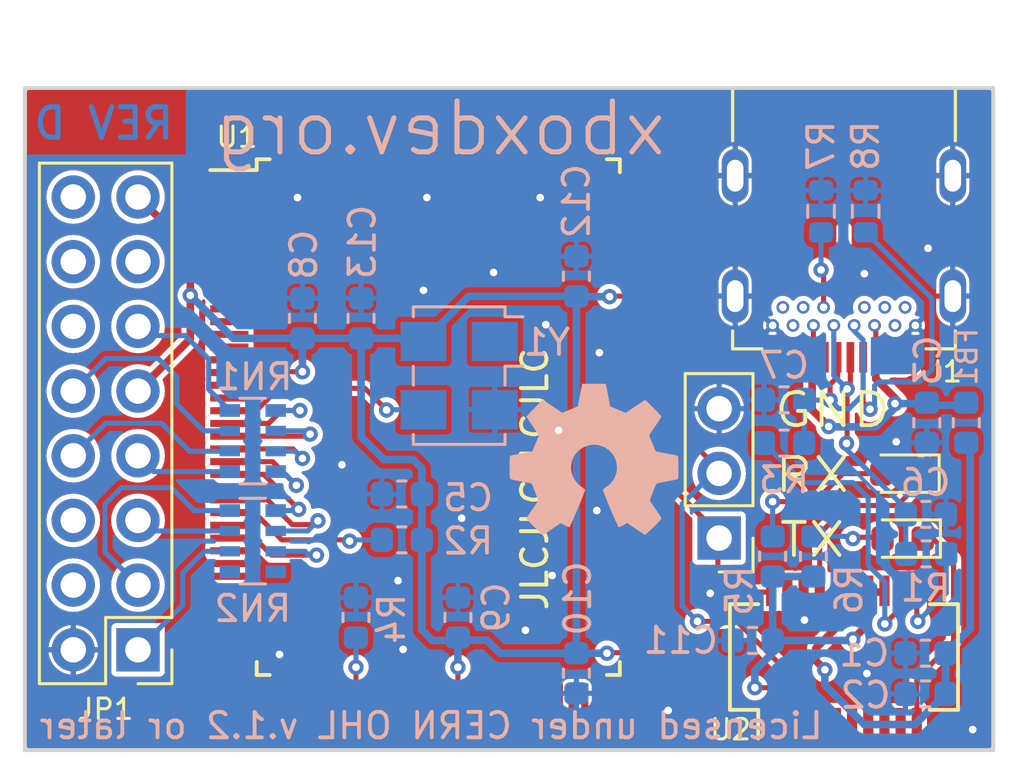
<source format=kicad_pcb>
(kicad_pcb (version 20221018) (generator pcbnew)
  (title_block (title "Original Xbox Serial USB Adapter") (date "2019-03-27") (rev "B") (company "XboxDev") (comment 2 "Copyright Mike Davis 2019") (comment 3 "Licensed under CERN OHL v.1.2 or later") (comment 4 "https://github.com/xboxdev/serial-usb-adapter"))
  (layers (0 "F.Cu" signal) (31 "B.Cu" signal) (34 "B.Paste" user) (35 "F.Paste" user) (36 "B.SilkS" user "B.Silkscreen") (37 "F.SilkS" user "F.Silkscreen") (38 "B.Mask" user) (39 "F.Mask" user) (44 "Edge.Cuts" user))
  (net 0 "")
  (net 1 "VBUS")
  (net 2 "Net-(C3-Pad1)")
  (net 3 "VSS")
  (net 4 "VCC")
  (net 5 "Net-(C6-Pad1)")
  (net 6 "Net-(C7-Pad1)")
  (net 7 "+3V3")
  (net 8 "Net-(D1-Pad1)")
  (net 9 "Net-(D1-Pad2)")
  (net 10 "Net-(D2-Pad2)")
  (net 11 "Net-(D2-Pad1)")
  (net 12 "Net-(R1-Pad1)")
  (net 13 "Net-(R2-Pad1)")
  (net 14 "Net-(R3-Pad2)")
  (net 15 "Net-(R4-Pad1)")
  (net 17 "Net-(J1-PadA5)")
  (net 18 "Net-(J2-Pad1)")
  (net 19 "Net-(RN1-Pad4)")
  (net 20 "Net-(RN1-Pad3)")
  (net 21 "Net-(RN1-Pad2)")
  (net 22 "Net-(RN1-Pad1)")
  (net 25 "Net-(RN2-Pad1)")
  (net 26 "Net-(RN2-Pad2)")
  (net 27 "Net-(RN2-Pad3)")
  (net 28 "Net-(J2-Pad2)")
  (net 29 "Net-(JP1-Pad1)")
  (net 30 "Net-(JP1-Pad3)")
  (net 31 "Net-(JP1-Pad5)")
  (net 32 "Net-(JP1-Pad7)")
  (net 33 "Net-(JP1-Pad8)")
  (net 34 "Net-(JP1-Pad10)")
  (net 35 "Net-(JP1-Pad11)")
  (net 36 "Net-(J1-PadB5)")
  (net 37 "Net-(U1-Pad19)")
  (footprint "Package_SO:SSOP-20_3.9x8.7mm_P0.635mm" (layer "F.Cu") (at 124.95 129.8 90)
    (fp_text reference "U2")
    (fp_text value "FT231XS")
  )
  (footprint "Connector_PinHeader_2.54mm:PinHeader_1x04_P2.54mm_Vertical" (layer "F.Cu") (at 120.05 125.13 180)
    (fp_text reference "J2" hide)
    (fp_text value "UART Header")
  )
  (footprint "LED_SMD:LED_0603_1608Metric" (layer "F.Cu") (at 127.25 125.15 180)
    (fp_text reference "D1" hide)
    (fp_text value "Green")
  )
  (footprint "Package_QFP:LQFP-128_14x20mm_P0.5mm" (layer "F.Cu") (at 109.03 120.38)
    (fp_text reference "U1")
    (fp_text value "LPC47M192")
  )
  (footprint "LED_SMD:LED_0603_1608Metric" (layer "F.Cu") (at 127.2 122.6 180)
    (fp_text reference "D2" hide)
    (fp_text value "Blue")
  )
  (footprint "Connector_PinHeader_2.54mm:PinHeader_2x08_P2.54mm_Vertical" (layer "F.Cu") (at 97.24644 129.51714 180)
    (fp_text reference "JP1")
    (fp_text value "LPC")
  )
  (footprint "Library:SS-52400-003" (layer "F.Cu") (at 124.95 110.9 180)
    (fp_text reference "J1")
    (fp_text value "USB-C")
  )
  (footprint "Capacitor_SMD:C_0603_1608Metric" (layer "B.Cu") (at 103.7 116.5 90)
    (fp_text reference "C8")
    (fp_text value "10nF")
  )
  (footprint "Oscillator:Oscillator_SMD_TXC_7C-4Pin_5.0x3.2mm_HandSoldering" (layer "B.Cu") (at 109.85 118.75 -90)
    (fp_text reference "Y1")
    (fp_text value "SG5032CAN 14.318MHz")
  )
  (footprint "Capacitor_SMD:C_0603_1608Metric" (layer "B.Cu") (at 114.45 114.85 90)
    (fp_text reference "C12")
    (fp_text value "10nF")
  )
  (footprint "Resistor_SMD:R_0603_1608Metric" (layer "B.Cu") (at 122.15 125.85 90)
    (fp_text reference "R5")
    (fp_text value "470R")
  )
  (footprint "Resistor_SMD:R_0603_1608Metric" (layer "B.Cu") (at 122.6 121.4 180)
    (fp_text reference "R3")
    (fp_text value "27R")
  )
  (footprint "Resistor_SMD:R_0603_1608Metric" (layer "B.Cu") (at 105.8 128.25 90)
    (fp_text reference "R4")
    (fp_text value "10k")
  )
  (footprint "Capacitor_SMD:C_0603_1608Metric" (layer "B.Cu") (at 128.15 131.25 180)
    (fp_text reference "C2")
    (fp_text value "100nF")
  )
  (footprint "Capacitor_SMD:C_0603_1608Metric" (layer "B.Cu") (at 107.6 123.4)
    (fp_text reference "C5")
    (fp_text value "10uF")
  )
  (footprint "Capacitor_SMD:C_0603_1608Metric" (layer "B.Cu") (at 109.8 128.25 90)
    (fp_text reference "C9")
    (fp_text value "10nF")
  )
  (footprint "Resistor_SMD:R_0603_1608Metric" (layer "B.Cu") (at 123.75 125.85 90)
    (fp_text reference "R6")
    (fp_text value "1.2k")
  )
  (footprint "Capacitor_SMD:C_0603_1608Metric" (layer "B.Cu") (at 121.3625 129.15 180)
    (fp_text reference "C11")
    (fp_text value "100nF")
  )
  (footprint "Capacitor_SMD:C_0603_1608Metric" (layer "B.Cu") (at 128.15 129.65 180)
    (fp_text reference "C1")
    (fp_text value "4u7")
  )
  (footprint "Capacitor_SMD:C_0603_1608Metric" (layer "B.Cu") (at 128.1625 124.2)
    (fp_text reference "C6")
    (fp_text value "47pF")
  )
  (footprint "Capacitor_SMD:C_0603_1608Metric" (layer "B.Cu") (at 106 116.5 -90)
    (fp_text reference "C13")
    (fp_text value "10nF")
  )
  (footprint "Resistor_SMD:R_0603_1608Metric" (layer "B.Cu") (at 107.6 125.2)
    (fp_text reference "R2")
    (fp_text value "10k")
  )
  (footprint "Capacitor_SMD:C_0603_1608Metric" (layer "B.Cu") (at 128.2 120.6 -90)
    (fp_text reference "C3")
    (fp_text value "10nF")
  )
  (footprint "Resistor_SMD:R_0603_1608Metric" (layer "B.Cu") (at 128.175 125.75 180)
    (fp_text reference "R1")
    (fp_text value "27R")
  )
  (footprint "Capacitor_SMD:C_0603_1608Metric" (layer "B.Cu") (at 122.6 119.7 180)
    (fp_text reference "C7")
    (fp_text value "47pF")
  )
  (footprint "Capacitor_SMD:C_0603_1608Metric" (layer "B.Cu") (at 114.45 130.4375 -90)
    (fp_text reference "C10")
    (fp_text value "10nF")
  )
  (footprint "Resistor_SMD:R_0603_1608Metric" (layer "B.Cu") (at 124.05 112.3 90)
    (fp_text reference "R7")
    (fp_text value "5.1k")
  )
  (footprint "Symbol:OSHW-Symbol_6.7x6mm_SilkScreen" (layer "B.Cu") (at 115.15 122.05 180)
    (fp_text reference "REF**" hide)
    (fp_text value "OSHW-Symbol_6.7x6mm_SilkScreen" hide)
  )
  (footprint "Resistor_SMD:R_Array_Convex_4x0603" (layer "B.Cu") (at 101.75 125.25 180)
    (fp_text reference "RN2")
    (fp_text value "100R")
  )
  (footprint "Inductor_SMD:L_0603_1608Metric" (layer "B.Cu") (at 129.75 120.6 -90)
    (fp_text reference "FB1")
    (fp_text value "33ohm")
  )
  (footprint "Resistor_SMD:R_Array_Convex_4x0603" (layer "B.Cu") (at 101.75 121.32 180)
    (fp_text reference "RN1")
    (fp_text value "100R")
  )
  (footprint "Resistor_SMD:R_0603_1608Metric" (layer "B.Cu") (at 125.8 112.3 -90)
    (fp_text reference "R8")
    (fp_text value "5.1k")
  )
  (gr_line (start 92.80644 133.45714) (end 92.80644 107.45714) (stroke (width 0.15)) (layer "Edge.Cuts"))
  (gr_line (start 130.80644 107.45714) (end 130.80644 133.45714) (stroke (width 0.15)) (layer "Edge.Cuts"))
  (gr_line (start 130.80644 133.45714) (end 92.80644 133.45714) (stroke (width 0.15)) (layer "Edge.Cuts"))
  (gr_line (start 92.80644 107.45714) (end 130.80644 107.45714) (stroke (width 0.15)) (layer "Edge.Cuts"))
  (gr_text "REV D" (at 95.90278 108.84662) (layer "B.Cu") (effects (font (size 1.2 1.2) (thickness 0.2)) (justify mirror)))
  (gr_text "Licensed under CERN OHL v.1.2 or later" (at 108.75 132.5) (layer "B.SilkS") (effects (font (size 1 1)) (justify mirror)))
  (gr_text "xboxdev.org" (at 109.1 109.05) (layer "B.SilkS") (effects (font (size 2 2) (thickness 0.2)) (justify mirror)))
  (gr_text "GND" (at 124.5 120.1) (layer "F.SilkS") (effects (font (size 1.3 1.5))))
  (gr_text "TX" (at 123.7 125.2) (layer "F.SilkS") (effects (font (size 1.3 1.5))))
  (gr_text "JLCJLCJLCJLC" (at 112.81664 122.81154 90) (layer "F.SilkS") (effects (font (size 1 1) (thickness 0.153))))
  (gr_text "RX" (at 123.7 122.65) (layer "F.SilkS") (effects (font (size 1.3 1.5))))
  (segment (start 123.850489 129.950489) (end 123.850489 129.449511) (width 0.3) (layer "F.Cu") (net 1))
  (segment (start 123.850489 129.449511) (end 125.2675 128.0325) (width 0.3) (layer "F.Cu") (net 1))
  (segment (start 124.2 130.3) (end 123.850489 129.950489) (width 0.3) (layer "F.Cu") (net 1))
  (segment (start 125.2675 128.0325) (end 125.2675 127.25) (width 0.3) (layer "F.Cu") (net 1))
  (via (at 124.2 130.3) (size 0.6) (drill 0.3) (layers "F.Cu" "B.Cu") (net 1))
  (segment (start 129.9 128.6875) (end 128.9375 129.65) (width 0.3) (layer "B.Cu") (net 1))
  (segment (start 128.9375 129.65) (end 128.9375 131.25) (width 0.3) (layer "B.Cu") (net 1))
  (segment (start 128.9375 131.25) (end 127.7375 132.45) (width 0.3) (layer "B.Cu") (net 1))
  (segment (start 129.9 121.2375) (end 129.9 128.6875) (width 0.3) (layer "B.Cu") (net 1))
  (segment (start 127.7375 132.45) (end 125.75 132.45) (width 0.3) (layer "B.Cu") (net 1))
  (segment (start 125.75 132.45) (end 124.2 130.9) (width 0.3) (layer "B.Cu") (net 1))
  (segment (start 124.2 130.9) (end 124.2 130.3) (width 0.3) (layer "B.Cu") (net 1))
  (segment (start 123.75 116.78) (end 123.75 117.98) (width 0.2) (layer "F.Cu") (net 2))
  (segment (start 126.2 118.03) (end 126.2 116.83) (width 0.2) (layer "F.Cu") (net 2))
  (segment (start 126.999511 119.678533) (end 126.2 118.879022) (width 0.3) (layer "F.Cu") (net 2))
  (segment (start 123.75 117.98) (end 123.7 118.03) (width 0.2) (layer "F.Cu") (net 2))
  (segment (start 123.7 120.087192) (end 123.693596 120.093596) (width 0.3) (layer "F.Cu") (net 2))
  (segment (start 124.35 120.75) (end 123.693596 120.093596) (width 0.3) (layer "F.Cu") (net 2))
  (segment (start 126.2 118.879022) (end 126.2 118.03) (width 0.3) (layer "F.Cu") (net 2))
  (segment (start 123.7 118.03) (end 123.7 120.087192) (width 0.3) (layer "F.Cu") (net 2))
  (segment (start 126.2 116.83) (end 126.15 116.78) (width 0.2) (layer "F.Cu") (net 2))
  (via (at 124.35 120.75) (size 0.6) (drill 0.3) (layers "F.Cu" "B.Cu") (net 2))
  (via (at 126.95 119.85) (size 0.6) (drill 0.3) (layers "F.Cu" "B.Cu") (net 2))
  (segment (start 126.95 119.85) (end 126.95 120.01203) (width 0.3) (layer "B.Cu") (net 2))
  (segment (start 126.95 120.01203) (end 126.19953 120.7625) (width 0.3) (layer "B.Cu") (net 2))
  (segment (start 126.95 119.85) (end 128.0375 119.85) (width 0.3) (layer "B.Cu") (net 2))
  (segment (start 124.3625 120.7625) (end 124.35 120.75) (width 0.2) (layer "B.Cu") (net 2))
  (segment (start 126.19953 120.7625) (end 124.3625 120.7625) (width 0.3) (layer "B.Cu") (net 2))
  (segment (start 128.0375 119.85) (end 128.0875 119.8) (width 0.3) (layer "B.Cu") (net 2))
  (segment (start 128.2 119.9125) (end 129.75 119.9125) (width 0.3) (layer "B.Cu") (net 2))
  (segment (start 128.0875 119.8) (end 128.2 119.9125) (width 0.2) (layer "B.Cu") (net 2))
  (segment (start 100.83 113.63) (end 100.83 114.13) (width 0.3) (layer "F.Cu") (net 3))
  (via (at 125.85 130.45) (size 0.6) (drill 0.3) (layers "F.Cu" "B.Cu") (net 3))
  (via (at 105.25 122.25) (size 0.6) (drill 0.3) (layers "F.Cu" "B.Cu") (net 3))
  (via (at 125.75 114.75) (size 0.6) (drill 0.3) (layers "F.Cu" "B.Cu") (net 3))
  (via (at 113.25 116.75) (size 0.6) (drill 0.3) (layers "F.Cu" "B.Cu") (net 3))
  (via (at 102.8 129.7) (size 0.6) (drill 0.3) (layers "F.Cu" "B.Cu") (net 3))
  (via (at 107.65 129.5) (size 0.6) (drill 0.3) (layers "F.Cu" "B.Cu") (net 3))
  (via (at 108.585 111.76) (size 0.6) (drill 0.3) (layers "F.Cu" "B.Cu") (net 3))
  (via (at 107.45 126.8) (size 0.6) (drill 0.3) (layers "F.Cu" "B.Cu") (net 3))
  (via (at 115.35 117.85) (size 0.6) (drill 0.3) (layers "F.Cu" "B.Cu") (net 3))
  (via (at 113.5 126.6) (size 0.6) (drill 0.3) (layers "F.Cu" "B.Cu") (net 3))
  (via (at 113.03 111.76) (size 0.6) (drill 0.3) (layers "F.Cu" "B.Cu") (net 3))
  (via (at 111.2 114.7) (size 0.6) (drill 0.3) (layers "F.Cu" "B.Cu") (net 3))
  (via (at 108.45 115.4) (size 0.6) (drill 0.3) (layers "F.Cu" "B.Cu") (net 3))
  (via (at 113.75 120.9) (size 0.6) (drill 0.3) (layers "F.Cu" "B.Cu") (net 3))
  (via (at 128.25 113.75) (size 0.6) (drill 0.3) (layers "F.Cu" "B.Cu") (net 3))
  (via (at 123.4 128.35) (size 0.6) (drill 0.3) (layers "F.Cu" "B.Cu") (net 3))
  (via (at 130 132.65) (size 0.6) (drill 0.3) (layers "F.Cu" "B.Cu") (net 3))
  (via (at 119.7 127.3) (size 0.6) (drill 0.3) (layers "F.Cu" "B.Cu") (net 3))
  (via (at 127 121.35) (size 0.6) (drill 0.3) (layers "F.Cu" "B.Cu") (net 3))
  (via (at 109.95 124.35) (size 0.6) (drill 0.3) (layers "F.Cu" "B.Cu") (net 3))
  (via (at 115.25 124.05) (size 0.6) (drill 0.3) (layers "F.Cu" "B.Cu") (net 3))
  (via (at 103.505 111.76) (size 0.6) (drill 0.3) (layers "F.Cu" "B.Cu") (net 3))
  (via (at 112.45 128.75) (size 0.6) (drill 0.3) (layers "F.Cu" "B.Cu") (net 3))
  (via (at 118.05 131.9) (size 0.6) (drill 0.3) (layers "F.Cu" "B.Cu") (net 3))
  (segment (start 99.3 117.30358) (end 97.24644 119.35714) (width 0.3) (layer "F.Cu") (net 4))
  (segment (start 97.24644 111.73714) (end 99.3 113.7907) (width 0.3) (layer "F.Cu") (net 4))
  (segment (start 102.849022 118.6) (end 101.819022 119.63) (width 0.2) (layer "F.Cu") (net 4))
  (segment (start 117.23 129.63) (end 115.67 129.63) (width 0.2) (layer "F.Cu") (net 4))
  (segment (start 99.3 113.7907) (end 99.3 115.6) (width 0.3) (layer "F.Cu") (net 4))
  (segment (start 117.23 115.63) (end 115.77 115.63) (width 0.2) (layer "F.Cu") (net 4))
  (segment (start 99.3 115.6) (end 99.3 117.30358) (width 0.3) (layer "F.Cu") (net 4))
  (segment (start 109.8 131.56) (end 109.78 131.58) (width 0.2) (layer "F.Cu") (net 4))
  (segment (start 101.819022 119.63) (end 100.83 119.63) (width 0.2) (layer "F.Cu") (net 4))
  (segment (start 115.67 129.63) (end 115.65 129.65) (width 0.2) (layer "F.Cu") (net 4))
  (segment (start 109.8 130.2) (end 109.8 131.56) (width 0.2) (layer "F.Cu") (net 4))
  (segment (start 103.7 118.6) (end 102.849022 118.6) (width 0.2) (layer "F.Cu") (net 4))
  (segment (start 115.77 115.63) (end 115.75 115.65) (width 0.2) (layer "F.Cu") (net 4))
  (via (at 109.8 130.2) (size 0.6) (drill 0.3) (layers "F.Cu" "B.Cu") (net 4))
  (via (at 115.75 115.65) (size 0.6) (drill 0.3) (layers "F.Cu" "B.Cu") (net 4))
  (via (at 115.65 129.65) (size 0.6) (drill 0.3) (layers "F.Cu" "B.Cu") (net 4))
  (via (at 99.3 115.6) (size 0.6) (drill 0.3) (layers "F.Cu" "B.Cu") (net 4))
  (via (at 103.7 118.6) (size 0.6) (drill 0.3) (layers "F.Cu" "B.Cu") (net 4))
  (segment (start 108.3275 117.2875) (end 108.45 117.41) (width 0.3) (layer "B.Cu") (net 4))
  (segment (start 106.1225 117.41) (end 106.245 117.2875) (width 0.3) (layer "B.Cu") (net 4))
  (segment (start 106 121.15) (end 106.9 122.05) (width 0.3) (layer "B.Cu") (net 4))
  (segment (start 108.45 117.41) (end 110.2225 115.6375) (width 0.3) (layer "B.Cu") (net 4))
  (segment (start 111.45 129.65) (end 114.45 129.65) (width 0.3) (layer "B.Cu") (net 4))
  (segment (start 106.245 117.2875) (end 108.3275 117.2875) (width 0.3) (layer "B.Cu") (net 4))
  (segment (start 115.65 129.65) (end 114.45 129.65) (width 0.3) (layer "B.Cu") (net 4))
  (segment (start 115.75 115.65) (end 114.4625 115.65) (width 0.3) (layer "B.Cu") (net 4))
  (segment (start 108.8 129.15) (end 109.7875 129.15) (width 0.3) (layer "B.Cu") (net 4))
  (segment (start 109.7875 129.15) (end 109.8 129.1375) (width 0.2) (layer "B.Cu") (net 4))
  (segment (start 106 117.2875) (end 106.1225 117.41) (width 0.2) (layer "B.Cu") (net 4))
  (segment (start 110.2225 115.6375) (end 114.45 115.6375) (width 0.3) (layer "B.Cu") (net 4))
  (segment (start 114.4625 115.65) (end 114.45 115.6375) (width 0.2) (layer "B.Cu") (net 4))
  (segment (start 106.9 122.05) (end 108.05 122.05) (width 0.3) (layer "B.Cu") (net 4))
  (segment (start 108.3875 128.7375) (end 108.8 129.15) (width 0.3) (layer "B.Cu") (net 4))
  (segment (start 106 117.2875) (end 106 121.15) (width 0.3) (layer "B.Cu") (net 4))
  (segment (start 99.3 115.6) (end 100.9875 117.2875) (width 0.3) (layer "B.Cu") (net 4))
  (segment (start 108.3875 123.4) (end 108.3875 125.2) (width 0.3) (layer "B.Cu") (net 4))
  (segment (start 103.7 118.6) (end 103.7 117.2875) (width 0.3) (layer "B.Cu") (net 4))
  (segment (start 100.9875 117.2875) (end 106 117.2875) (width 0.3) (layer "B.Cu") (net 4))
  (segment (start 108.3875 122.3875) (end 108.3875 123.4) (width 0.3) (layer "B.Cu") (net 4))
  (segment (start 108.3875 125.2) (end 108.3875 128.7375) (width 0.3) (layer "B.Cu") (net 4))
  (segment (start 109.8 129.1375) (end 109.8 130.2) (width 0.3) (layer "B.Cu") (net 4))
  (segment (start 114.45 115.6375) (end 114.45 129.65) (width 0.3) (layer "B.Cu") (net 4))
  (segment (start 109.8 129.1375) (end 110.9375 129.1375) (width 0.3) (layer "B.Cu") (net 4))
  (segment (start 110.9375 129.1375) (end 111.45 129.65) (width 0.3) (layer "B.Cu") (net 4))
  (segment (start 108.05 122.05) (end 108.3875 122.3875) (width 0.3) (layer "B.Cu") (net 4))
  (segment (start 125.2 119.147838) (end 125.2 118.03) (width 0.2) (layer "F.Cu") (net 5))
  (segment (start 125.074169 121.387831) (end 125.074169 119.273669) (width 0.2) (layer "F.Cu") (net 5))
  (segment (start 125.074169 119.273669) (end 125.2 119.147838) (width 0.2) (layer "F.Cu") (net 5))
  (segment (start 125.05 121.412) (end 125.074169 121.387831) (width 0.2) (layer "F.Cu") (net 5))
  (via (at 125.074169 119.273669) (size 0.6) (drill 0.3) (layers "F.Cu" "B.Cu") (net 5))
  (via (at 125.05 121.412) (size 0.6) (drill 0.3) (layers "F.Cu" "B.Cu") (net 5))
  (segment (start 127.375 124.2) (end 127.375 125.7375) (width 0.2) (layer "B.Cu") (net 5))
  (segment (start 125.05 121.65) (end 127.375 123.975) (width 0.2) (layer "B.Cu") (net 5))
  (segment (start 127.375 123.975) (end 127.375 124.2) (width 0.2) (layer "B.Cu") (net 5))
  (segment (start 127.375 125.7375) (end 127.3875 125.75) (width 0.2) (layer "B.Cu") (net 5))
  (segment (start 125.074169 119.273669) (end 124.55 118.7495) (width 0.2) (layer "B.Cu") (net 5))
  (segment (start 124.55 118.7495) (end 124.55 116.78) (width 0.2) (layer "B.Cu") (net 5))
  (segment (start 125.05 121.412) (end 125.05 121.65) (width 0.2) (layer "B.Cu") (net 5))
  (segment (start 124.405497 119.094487) (end 124.7 118.799984) (width 0.2) (layer "F.Cu") (net 6))
  (segment (start 124.7 118.799984) (end 124.7 118.03) (width 0.2) (layer "F.Cu") (net 6))
  (segment (start 124.405497 119.711941) (end 124.405497 119.094487) (width 0.2) (layer "F.Cu") (net 6))
  (via (at 124.405497 119.711941) (size 0.6) (drill 0.3) (layers "F.Cu" "B.Cu") (net 6))
  (segment (start 125.7 119.49566) (end 125.7 117.35) (width 0.2) (layer "B.Cu") (net 6))
  (segment (start 123.3875 119.7) (end 123.3875 121.4) (width 0.2) (layer "B.Cu") (net 6))
  (segment (start 124.405497 119.711941) (end 124.741978 120.048422) (width 0.2) (layer "B.Cu") (net 6))
  (segment (start 125.147238 120.048422) (end 125.7 119.49566) (width 0.2) (layer "B.Cu") (net 6))
  (segment (start 125.7 117.35) (end 125.35 117) (width 0.2) (layer "B.Cu") (net 6))
  (segment (start 124.405497 119.711941) (end 123.399441 119.711941) (width 0.2) (layer "B.Cu") (net 6))
  (segment (start 125.35 117) (end 125.35 116.78) (width 0.2) (layer "B.Cu") (net 6))
  (segment (start 123.399441 119.711941) (end 123.3875 119.7) (width 0.2) (layer "B.Cu") (net 6))
  (segment (start 124.741978 120.048422) (end 125.147238 120.048422) (width 0.2) (layer "B.Cu") (net 6))
  (segment (start 125.25 129.15) (end 125.9025 128.4975) (width 0.3) (layer "F.Cu") (net 7))
  (segment (start 122.71808 131.00558) (end 121.45264 131.00558) (width 0.2) (layer "F.Cu") (net 7))
  (segment (start 125.9025 127.25) (end 126.5375 127.25) (width 0.3) (layer "F.Cu") (net 7))
  (segment (start 125.3 129.1) (end 125.25 129.15) (width 0.2) (layer "F.Cu") (net 7))
  (segment (start 123.3625 132.45) (end 123.3625 131.65) (width 0.2) (layer "F.Cu") (net 7))
  (segment (start 125.9025 128.4975) (end 125.9025 127.25) (width 0.3) (layer "F.Cu") (net 7))
  (segment (start 123.3625 131.65) (end 122.71808 131.00558) (width 0.2) (layer "F.Cu") (net 7))
  (via (at 125.3 129.1) (size 0.6) (drill 0.3) (layers "F.Cu" "B.Cu") (net 7))
  (via (at 121.45264 131.00558) (size 0.6) (drill 0.3) (layers "F.Cu" "B.Cu") (net 7))
  (segment (start 121.45264 131.00558) (end 121.45264 130.33486) (width 0.3) (layer "B.Cu") (net 7))
  (segment (start 125.25 129.15) (end 125.3 129.1) (width 0.3) (layer "B.Cu") (net 7))
  (segment (start 122.15 126.6375) (end 123.75 126.6375) (width 0.3) (layer "B.Cu") (net 7))
  (segment (start 121.45264 130.33486) (end 122.4375 129.35) (width 0.3) (layer "B.Cu") (net 7))
  (segment (start 122.15 129.15) (end 122.15 126.6375) (width 0.3) (layer "B.Cu") (net 7))
  (segment (start 122.15 129.15) (end 125.25 129.15) (width 0.3) (layer "B.Cu") (net 7))
  (segment (start 129.25 129.2) (end 129.25 125.9625) (width 0.2) (layer "F.Cu") (net 8))
  (segment (start 127.8075 130.6425) (end 129.25 129.2) (width 0.2) (layer "F.Cu") (net 8))
  (segment (start 127.8075 132.45) (end 127.8075 130.6425) (width 0.2) (layer "F.Cu") (net 8))
  (segment (start 129.25 125.9625) (end 128.3875 125.1) (width 0.2) (layer "F.Cu") (net 8))
  (segment (start 125.35 125.1) (end 126.700481 125.1) (width 0.2) (layer "F.Cu") (net 9))
  (segment (start 125.3 125.15) (end 125.35 125.1) (width 0.2) (layer "F.Cu") (net 9))
  (via (at 125.3 125.15) (size 0.6) (drill 0.3) (layers "F.Cu" "B.Cu") (net 9))
  (segment (start 125.2125 125.0625) (end 123.75 125.0625) (width 0.2) (layer "B.Cu") (net 9))
  (segment (start 125.3 125.15) (end 125.2125 125.0625) (width 0.2) (layer "B.Cu") (net 9))
  (segment (start 124.9125 122.6) (end 126.7125 122.6) (width 0.2) (layer "F.Cu") (net 10))
  (segment (start 123.8125 123.7) (end 124.9125 122.6) (width 0.2) (layer "F.Cu") (net 10))
  (segment (start 122.15 123.7) (end 123.8125 123.7) (width 0.2) (layer "F.Cu") (net 10))
  (via (at 122.15 123.7) (size 0.6) (drill 0.3) (layers "F.Cu" "B.Cu") (net 10))
  (segment (start 122.15 123.7) (end 122.15 125.0625) (width 0.2) (layer "B.Cu") (net 10))
  (segment (start 123.9975 124.9525) (end 125.1 123.85) (width 0.2) (layer "F.Cu") (net 11))
  (segment (start 125.1 123.85) (end 127.0375 123.85) (width 0.2) (layer "F.Cu") (net 11))
  (segment (start 127.0375 123.85) (end 128.3375 122.55) (width 0.2) (layer "F.Cu") (net 11))
  (segment (start 123.9975 127.25) (end 123.9975 124.9525) (width 0.2) (layer "F.Cu") (net 11))
  (segment (start 127.85 128.4) (end 127.8075 128.3575) (width 0.2) (layer "F.Cu") (net 12))
  (segment (start 127.8075 128.3575) (end 127.8075 127.25) (width 0.2) (layer "F.Cu") (net 12))
  (via (at 127.85 128.4) (size 0.6) (drill 0.3) (layers "F.Cu" "B.Cu") (net 12))
  (segment (start 128.9625 127.2875) (end 128.9625 125.75) (width 0.2) (layer "B.Cu") (net 12))
  (segment (start 127.85 128.4) (end 128.9625 127.2875) (width 0.2) (layer "B.Cu") (net 12))
  (segment (start 101.819022 124.13) (end 100.83 124.13) (width 0.2) (layer "F.Cu") (net 13))
  (segment (start 105.55 125.25) (end 105.499989 125.199989) (width 0.2) (layer "F.Cu") (net 13))
  (segment (start 102.889011 125.199989) (end 101.819022 124.13) (width 0.2) (layer "F.Cu") (net 13))
  (segment (start 105.499989 125.199989) (end 102.889011 125.199989) (width 0.2) (layer "F.Cu") (net 13))
  (via (at 105.55 125.25) (size 0.6) (drill 0.3) (layers "F.Cu" "B.Cu") (net 13))
  (segment (start 105.55 125.25) (end 105.6 125.2) (width 0.2) (layer "B.Cu") (net 13))
  (segment (start 105.6 125.2) (end 106.8125 125.2) (width 0.2) (layer "B.Cu") (net 13))
  (segment (start 126.551994 128.500466) (end 127.1725 127.87996) (width 0.2) (layer "F.Cu") (net 14))
  (segment (start 127.1725 127.87996) (end 127.1725 127.25) (width 0.2) (layer "F.Cu") (net 14))
  (via (at 126.551994 128.500466) (size 0.6) (drill 0.3) (layers "F.Cu" "B.Cu") (net 14))
  (segment (start 126.551994 128.500466) (end 126.551994 126.851994) (width 0.2) (layer "B.Cu") (net 14))
  (segment (start 125.9 123.55) (end 125.300489 122.950489) (width 0.2) (layer "B.Cu") (net 14))
  (segment (start 123.362989 122.950489) (end 121.8125 121.4) (width 0.2) (layer "B.Cu") (net 14))
  (segment (start 125.300489 122.950489) (end 123.362989 122.950489) (width 0.2) (layer "B.Cu") (net 14))
  (segment (start 126.551994 126.851994) (end 125.9 126.2) (width 0.2) (layer "B.Cu") (net 14))
  (segment (start 125.9 126.2) (end 125.9 123.55) (width 0.2) (layer "B.Cu") (net 14))
  (segment (start 105.8 130.2) (end 105.8 131.56) (width 0.2) (layer "F.Cu") (net 15))
  (segment (start 105.8 131.56) (end 105.78 131.58) (width 0.2) (layer "F.Cu") (net 15))
  (via (at 105.8 130.2) (size 0.6) (drill 0.3) (layers "F.Cu" "B.Cu") (net 15))
  (segment (start 105.8 129.1375) (end 105.8 130.2) (width 0.2) (layer "B.Cu") (net 15))
  (segment (start 125.971741 120.071741) (end 125.7 119.8) (width 0.2) (layer "F.Cu") (net 17))
  (segment (start 125.7 119.8) (end 125.7 118.03) (width 0.2) (layer "F.Cu") (net 17))
  (via (at 125.971741 120.071741) (size 0.6) (drill 0.3) (layers "F.Cu" "B.Cu") (net 17))
  (segment (start 126.15 119.15) (end 126.15 119.893482) (width 0.2) (layer "B.Cu") (net 17))
  (segment (start 127.9 119) (end 126.3 119) (width 0.2) (layer "B.Cu") (net 17))
  (segment (start 125.8 113.125) (end 128.39548 115.72048) (width 0.2) (layer "B.Cu") (net 17))
  (segment (start 128.39548 118.50452) (end 127.9 119) (width 0.2) (layer "B.Cu") (net 17))
  (segment (start 126.15 119.893482) (end 125.971741 120.071741) (width 0.2) (layer "B.Cu") (net 17))
  (segment (start 128.39548 115.72048) (end 128.39548 118.50452) (width 0.2) (layer "B.Cu") (net 17))
  (segment (start 126.3 119) (end 126.15 119.15) (width 0.2) (layer "B.Cu") (net 17))
  (segment (start 118.45 120.425984) (end 118.45 123.38) (width 0.2) (layer "F.Cu") (net 18))
  (segment (start 118.154016 120.13) (end 118.45 120.425984) (width 0.2) (layer "F.Cu") (net 18))
  (segment (start 117.23 120.13) (end 118.154016 120.13) (width 0.2) (layer "F.Cu") (net 18))
  (segment (start 118.45 123.38) (end 120 124.93) (width 0.2) (layer "F.Cu") (net 18))
  (segment (start 121 127.25) (end 122.0925 127.25) (width 0.2) (layer "F.Cu") (net 18))
  (segment (start 120 124.93) (end 120 126.25) (width 0.2) (layer "F.Cu") (net 18))
  (segment (start 120 126.25) (end 121 127.25) (width 0.2) (layer "F.Cu") (net 18))
  (segment (start 100.83 122.13) (end 102.531557 122.13) (width 0.2) (layer "F.Cu") (net 19))
  (segment (start 102.531557 122.13) (end 103.46 123.058443) (width 0.2) (layer "F.Cu") (net 19))
  (via (at 103.46 123.058443) (size 0.6) (drill 0.3) (layers "F.Cu" "B.Cu") (net 19))
  (segment (start 102.921557 122.52) (end 103.46 123.058443) (width 0.2) (layer "B.Cu") (net 19))
  (segment (start 102.65 122.52) (end 102.921557 122.52) (width 0.2) (layer "B.Cu") (net 19))
  (segment (start 103.33 121.63) (end 100.83 121.63) (width 0.2) (layer "F.Cu") (net 20))
  (segment (start 103.7 122) (end 103.33 121.63) (width 0.2) (layer "F.Cu") (net 20))
  (via (at 103.7 122) (size 0.6) (drill 0.3) (layers "F.Cu" "B.Cu") (net 20))
  (segment (start 103.7 122) (end 103.42 121.72) (width 0.2) (layer "B.Cu") (net 20))
  (segment (start 103.42 121.72) (end 102.65 121.72) (width 0.2) (layer "B.Cu") (net 20))
  (segment (start 104 121.05) (end 103.92 121.13) (width 0.2) (layer "F.Cu") (net 21))
  (segment (start 103.92 121.13) (end 100.83 121.13) (width 0.2) (layer "F.Cu") (net 21))
  (via (at 104 121.05) (size 0.6) (drill 0.3) (layers "F.Cu" "B.Cu") (net 21))
  (segment (start 102.65 120.92) (end 103.87 120.92) (width 0.2) (layer "B.Cu") (net 21))
  (segment (start 103.87 120.92) (end 104 121.05) (width 0.2) (layer "B.Cu") (net 21))
  (segment (start 102.878426 120.121574) (end 102.37 120.63) (width 0.2) (layer "F.Cu") (net 22))
  (segment (start 102.37 120.63) (end 100.83 120.63) (width 0.2) (layer "F.Cu") (net 22))
  (segment (start 103.601477 120.121574) (end 102.878426 120.121574) (width 0.2) (layer "F.Cu") (net 22))
  (via (at 103.601477 120.121574) (size 0.6) (drill 0.3) (layers "F.Cu" "B.Cu") (net 22))
  (segment (start 103.601477 120.121574) (end 103.599903 120.12) (width 0.2) (layer "B.Cu") (net 22))
  (segment (start 103.599903 120.12) (end 102.65 120.12) (width 0.2) (layer "B.Cu") (net 22))
  (segment (start 102.18 122.63) (end 103.55 124) (width 0.2) (layer "F.Cu") (net 25))
  (segment (start 100.83 122.63) (end 102.18 122.63) (width 0.2) (layer "F.Cu") (net 25))
  (via (at 103.55 124) (size 0.6) (drill 0.3) (layers "F.Cu" "B.Cu") (net 25))
  (segment (start 102.65 124.05) (end 103.5 124.05) (width 0.2) (layer "B.Cu") (net 25))
  (segment (start 103.5 124.05) (end 103.55 124) (width 0.2) (layer "B.Cu") (net 25))
  (segment (start 100.83 123.63) (end 102.332176 123.63) (width 0.2) (layer "F.Cu") (net 26))
  (segment (start 102.332176 123.63) (end 103.301677 124.599501) (width 0.2) (layer "F.Cu") (net 26))
  (segment (start 103.301677 124.599501) (end 104.159744 124.599501) (width 0.2) (layer "F.Cu") (net 26))
  (segment (start 104.159744 124.599501) (end 104.307756 124.451489) (width 0.2) (layer "F.Cu") (net 26))
  (via (at 104.307756 124.451489) (size 0.6) (drill 0.3) (layers "F.Cu" "B.Cu") (net 26))
  (segment (start 103.909245 124.85) (end 104.307756 124.451489) (width 0.2) (layer "B.Cu") (net 26))
  (segment (start 102.65 124.85) (end 103.909245 124.85) (width 0.2) (layer "B.Cu") (net 26))
  (segment (start 100.83 125.13) (end 101.819022 125.13) (width 0.2) (layer "F.Cu") (net 27))
  (segment (start 101.819022 125.13) (end 102.488522 125.7995) (width 0.2) (layer "F.Cu") (net 27))
  (segment (start 102.488522 125.7995) (end 104.251195 125.7995) (width 0.2) (layer "F.Cu") (net 27))
  (via (at 104.251195 125.7995) (size 0.6) (drill 0.3) (layers "F.Cu" "B.Cu") (net 27))
  (segment (start 103.9495 125.7995) (end 104.251195 125.7995) (width 0.2) (layer "B.Cu") (net 27))
  (segment (start 102.65 125.65) (end 103.8 125.65) (width 0.2) (layer "B.Cu") (net 27))
  (segment (start 103.8 125.65) (end 103.9495 125.7995) (width 0.2) (layer "B.Cu") (net 27))
  (segment (start 118.9 121.29) (end 120 122.39) (width 0.2) (layer "F.Cu") (net 28))
  (segment (start 118.9 120.310978) (end 118.9 121.29) (width 0.2) (layer "F.Cu") (net 28))
  (segment (start 120.7475 128.4) (end 123.9975 131.65) (width 0.2) (layer "F.Cu") (net 28))
  (segment (start 118.219022 119.63) (end 118.9 120.310978) (width 0.2) (layer "F.Cu") (net 28))
  (segment (start 123.9975 131.65) (end 123.9975 132.45) (width 0.2) (layer "F.Cu") (net 28))
  (segment (start 117.23 119.63) (end 118.219022 119.63) (width 0.2) (layer "F.Cu") (net 28))
  (segment (start 119.2 128.4) (end 120.7475 128.4) (width 0.2) (layer "F.Cu") (net 28))
  (via (at 119.2 128.4) (size 0.6) (drill 0.3) (layers "F.Cu" "B.Cu") (net 28))
  (segment (start 119.2 128.4) (end 118.6 127.8) (width 0.2) (layer "B.Cu") (net 28))
  (segment (start 118.6 123.79) (end 120 122.39) (width 0.2) (layer "B.Cu") (net 28))
  (segment (start 118.6 127.8) (end 118.6 123.79) (width 0.2) (layer "B.Cu") (net 28))
  (segment (start 99 127.76358) (end 97.24644 129.51714) (width 0.2) (layer "B.Cu") (net 29))
  (segment (start 100.85 125.65) (end 99.85 125.65) (width 0.2) (layer "B.Cu") (net 29))
  (segment (start 99.85 125.65) (end 99 126.5) (width 0.2) (layer "B.Cu") (net 29))
  (segment (start 99 126.5) (end 99 127.76358) (width 0.2) (layer "B.Cu") (net 29))
  (segment (start 99.45 124.05) (end 98.55 123.15) (width 0.2) (layer "B.Cu") (net 30))
  (segment (start 95.95 123.8) (end 95.95 125.6807) (width 0.2) (layer "B.Cu") (net 30))
  (segment (start 96.6 123.15) (end 95.95 123.8) (width 0.2) (layer "B.Cu") (net 30))
  (segment (start 100.85 124.05) (end 99.45 124.05) (width 0.2) (layer "B.Cu") (net 30))
  (segment (start 95.95 125.6807) (end 97.24644 126.97714) (width 0.2) (layer "B.Cu") (net 30))
  (segment (start 98.55 123.15) (end 96.6 123.15) (width 0.2) (layer "B.Cu") (net 30))
  (segment (start 97.24644 124.43714) (end 97.6593 124.85) (width 0.2) (layer "B.Cu") (net 31))
  (segment (start 97.6593 124.85) (end 100.85 124.85) (width 0.2) (layer "B.Cu") (net 31))
  (segment (start 97.24644 121.89714) (end 97.8693 122.52) (width 0.2) (layer "B.Cu") (net 32))
  (segment (start 97.8693 122.52) (end 100.85 122.52) (width 0.2) (layer "B.Cu") (net 32))
  (segment (start 98.17 120.62) (end 99.27 121.72) (width 0.2) (layer "B.Cu") (net 33))
  (segment (start 94.70644 121.89714) (end 95.98358 120.62) (width 0.2) (layer "B.Cu") (net 33))
  (segment (start 99.27 121.72) (end 100.85 121.72) (width 0.2) (layer "B.Cu") (net 33))
  (segment (start 95.98358 120.62) (end 98.17 120.62) (width 0.2) (layer "B.Cu") (net 33))
  (segment (start 98.77 119.87) (end 99.82 120.92) (width 0.2) (layer "B.Cu") (net 34))
  (segment (start 98.04 118.08) (end 98.77 118.81) (width 0.2) (layer "B.Cu") (net 34))
  (segment (start 94.70644 119.35714) (end 95.98358 118.08) (width 0.2) (layer "B.Cu") (net 34))
  (segment (start 98.77 118.81) (end 98.77 119.87) (width 0.2) (layer "B.Cu") (net 34))
  (segment (start 95.98358 118.08) (end 98.04 118.08) (width 0.2) (layer "B.Cu") (net 34))
  (segment (start 99.82 120.92) (end 100.85 120.92) (width 0.2) (layer "B.Cu") (net 34))
  (segment (start 99.1 117.18) (end 100.02 118.1) (width 0.2) (layer "B.Cu") (net 35))
  (segment (start 97.6093 117.18) (end 99.1 117.18) (width 0.2) (layer "B.Cu") (net 35))
  (segment (start 100.02 119.29) (end 100.85 120.12) (width 0.2) (layer "B.Cu") (net 35))
  (segment (start 97.24644 116.81714) (end 97.6093 117.18) (width 0.2) (layer "B.Cu") (net 35))
  (segment (start 100.02 118.1) (end 100.02 119.29) (width 0.2) (layer "B.Cu") (net 35))
  (segment (start 124.15 114.7) (end 124.05 114.6) (width 0.2) (layer "F.Cu") (net 36))
  (segment (start 124.15 116.07) (end 124.15 114.7) (width 0.2) (layer "F.Cu") (net 36))
  (via (at 124.05 114.6) (size 0.6) (drill 0.3) (layers "F.Cu" "B.Cu") (net 36))
  (segment (start 124.05 114.6) (end 124.05 113.125) (width 0.2) (layer "B.Cu") (net 36))
  (segment (start 106.150489 119.250489) (end 102.763539 119.250489) (width 0.2) (layer "F.Cu") (net 37))
  (segment (start 107 120.1) (end 106.150489 119.250489) (width 0.2) (layer "F.Cu") (net 37))
  (segment (start 102.763539 119.250489) (end 101.884028 120.13) (width 0.2) (layer "F.Cu") (net 37))
  (segment (start 101.884028 120.13) (end 100.83 120.13) (width 0.2) (layer "F.Cu") (net 37))
  (via (at 107 120.1) (size 0.6) (drill 0.3) (layers "F.Cu" "B.Cu") (net 37))
  (segment (start 107.01 120.09) (end 107 120.1) (width 0.2) (layer "B.Cu") (net 37))
  (segment (start 108.45 120.09) (end 107.01 120.09) (width 0.2) (layer "B.Cu") (net 37))
  (zone (net 3) (net_name "VSS") (layer "F.Cu") (connect_pads (clearance 0.127)) (min_thickness 0.127) (fill yes (thermal_gap 0.127) (thermal_bridge_width 0.2))
    (polygon (pts (xy 91.83144 134.060695) (xy 91.98144 106.785695) (xy 131.40644 106.673195) (xy 131.40644 134.098195)))
  )
  (zone (net 3) (net_name "VSS") (layer "B.Cu") (connect_pads (clearance 0.127)) (min_thickness 0.127) (fill yes (thermal_gap 0.127) (thermal_bridge_width 0.2))
    (polygon (pts (xy 92.00644 106.449186) (xy 131.65644 106.449186) (xy 131.65644 134.449186) (xy 91.85644 134.449186) (xy 91.85644 106.499186)))
  )
)
</source>
